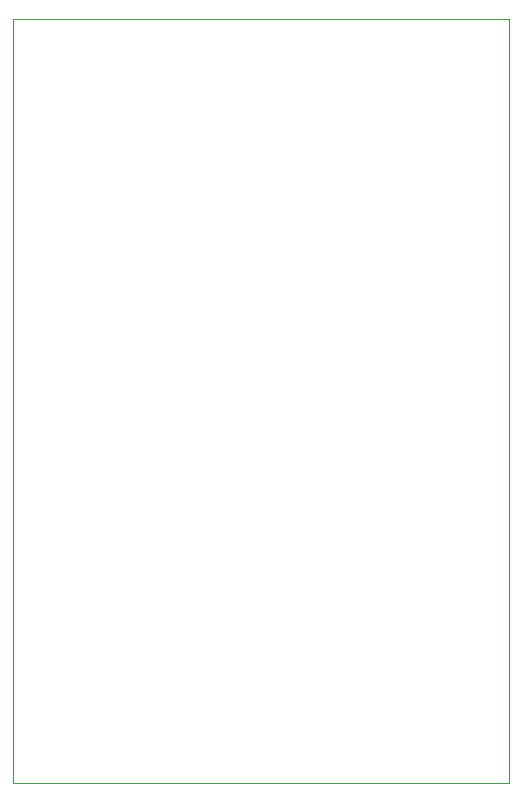
<source format=gbr>
%TF.GenerationSoftware,KiCad,Pcbnew,9.0.1*%
%TF.CreationDate,2025-05-06T09:52:03+02:00*%
%TF.ProjectId,ESP32 adon V3,45535033-3220-4616-946f-6e2056332e6b,rev?*%
%TF.SameCoordinates,Original*%
%TF.FileFunction,Profile,NP*%
%FSLAX46Y46*%
G04 Gerber Fmt 4.6, Leading zero omitted, Abs format (unit mm)*
G04 Created by KiCad (PCBNEW 9.0.1) date 2025-05-06 09:52:03*
%MOMM*%
%LPD*%
G01*
G04 APERTURE LIST*
%TA.AperFunction,Profile*%
%ADD10C,0.050000*%
%TD*%
G04 APERTURE END LIST*
D10*
X92050000Y-29500000D02*
X92050000Y-94110000D01*
X92050000Y-94110000D02*
X50000000Y-94110000D01*
X50000000Y-29500000D02*
X92050000Y-29500000D01*
X50000000Y-94110000D02*
X50000000Y-29500000D01*
M02*

</source>
